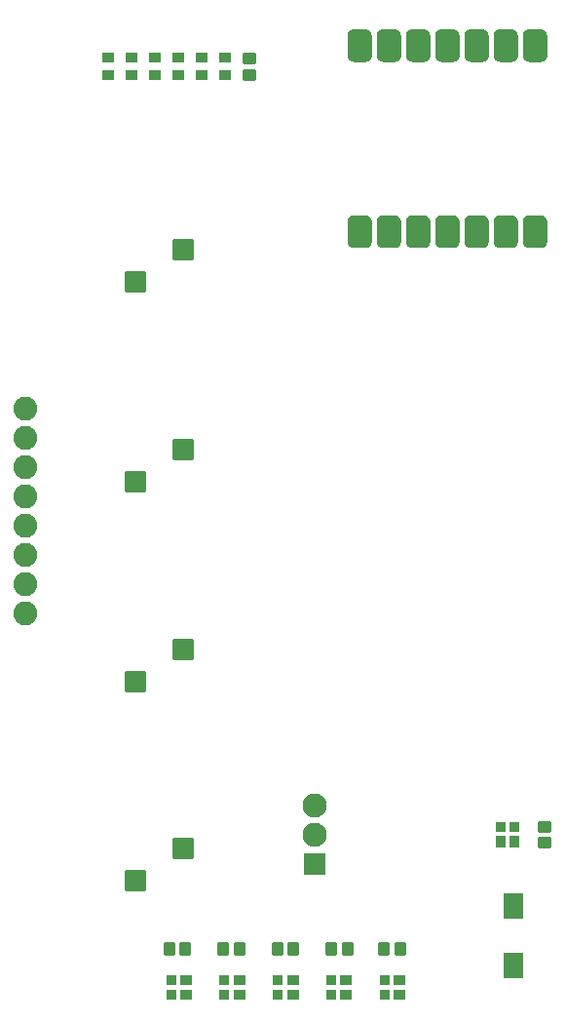
<source format=gts>
G04 Layer: TopSolderMaskLayer*
G04 EasyEDA v6.5.15, 2022-09-14 21:09:58*
G04 b6703ba792d845058589b0d9c50fe8b8,8325645c73b1497a9d20913bdd0b9c8b,10*
G04 Gerber Generator version 0.2*
G04 Scale: 100 percent, Rotated: No, Reflected: No *
G04 Dimensions in millimeters *
G04 leading zeros omitted , absolute positions ,4 integer and 5 decimal *
%FSLAX45Y45*%
%MOMM*%

%AMMACRO1*1,1,$1,$2,$3*1,1,$1,$4,$5*1,1,$1,0-$2,0-$3*1,1,$1,0-$4,0-$5*20,1,$1,$2,$3,$4,$5,0*20,1,$1,$4,$5,0-$2,0-$3,0*20,1,$1,0-$2,0-$3,0-$4,0-$5,0*20,1,$1,0-$4,0-$5,$2,$3,0*4,1,4,$2,$3,$4,$5,0-$2,0-$3,0-$4,0-$5,$2,$3,0*%
%ADD10C,2.0828*%
%ADD11MACRO1,0.1016X0.432X-0.4032X-0.432X-0.4032*%
%ADD12MACRO1,0.1016X0.432X0.4032X-0.432X0.4032*%
%ADD13MACRO1,0.1016X0.81X-1.0232X-0.81X-1.0232*%
%ADD14MACRO1,0.1016X0.81X1.0232X-0.81X1.0232*%
%ADD15MACRO1,0.2032X-0.4X0.45X0.4X0.45*%
%ADD16MACRO1,0.1016X-0.4X0.35X0.4X0.35*%
%ADD17MACRO1,0.2032X-0.4X0.35X0.4X0.35*%
%ADD18MACRO1,0.2032X0.8X-0.8X-0.8X-0.8*%
%ADD19MACRO1,0.2032X-0.45X-0.4X-0.45X0.4*%
%ADD20MACRO1,0.2032X0.45X0.4X0.45X-0.4*%
%ADD21MACRO1,0.1016X0.35X0.4X0.35X-0.4*%
%ADD22MACRO1,0.2032X0.35X0.4X0.35X-0.4*%
%ADD23C,2.1016*%
%ADD24MACRO1,0.1016X-0.8999X0.8999X0.8999X0.8999*%
%ADD25C,0.0102*%

%LPD*%
D10*
G01*
X241300Y-889000D03*
G01*
X241300Y-635000D03*
G01*
X241300Y-381000D03*
G01*
X241300Y-127000D03*
G01*
X241300Y127000D03*
G01*
X241300Y381000D03*
G01*
X241300Y635000D03*
G01*
X241300Y889000D03*
D11*
G01*
X1974527Y3936124D03*
D12*
G01*
X1974527Y3785475D03*
D13*
G01*
X4483102Y-3939545D03*
D14*
G01*
X4483102Y-3426449D03*
D11*
G01*
X1770755Y3936124D03*
D12*
G01*
X1770755Y3785475D03*
G36*
X3095243Y3901439D02*
G01*
X3089147Y3901694D01*
X3088640Y3901947D01*
X3082543Y3902963D01*
X3082036Y3903218D01*
X3076193Y3904995D01*
X3075686Y3904995D01*
X3070097Y3907536D01*
X3069590Y3907789D01*
X3064509Y3911092D01*
X3064002Y3911345D01*
X3059175Y3915155D01*
X3058668Y3915410D01*
X3054604Y3919728D01*
X3054095Y3920236D01*
X3050286Y3925062D01*
X3050031Y3925570D01*
X3046984Y3930650D01*
X3046475Y3931157D01*
X3044190Y3936745D01*
X3043936Y3937254D01*
X3042158Y3943095D01*
X3041904Y3943604D01*
X3040888Y3949445D01*
X3040888Y3950207D01*
X3040379Y3956304D01*
X3040379Y4131818D01*
X3040888Y4137913D01*
X3040888Y4138421D01*
X3041904Y4144518D01*
X3042158Y4145026D01*
X3043936Y4150613D01*
X3044190Y4151376D01*
X3046475Y4156710D01*
X3046984Y4157471D01*
X3050031Y4162552D01*
X3050286Y4163060D01*
X3054095Y4167886D01*
X3054604Y4168139D01*
X3058668Y4172457D01*
X3059175Y4172965D01*
X3064002Y4176776D01*
X3064509Y4177029D01*
X3069590Y4180078D01*
X3070097Y4180331D01*
X3075686Y4182871D01*
X3076193Y4183126D01*
X3082036Y4184904D01*
X3082543Y4185157D01*
X3088640Y4186173D01*
X3089147Y4186173D01*
X3095243Y4186681D01*
X3195827Y4186681D01*
X3201924Y4186173D01*
X3202431Y4186173D01*
X3208274Y4185157D01*
X3209036Y4184904D01*
X3214624Y4183126D01*
X3215386Y4182871D01*
X3220720Y4180331D01*
X3221481Y4180078D01*
X3226561Y4177029D01*
X3227070Y4176776D01*
X3231895Y4172965D01*
X3232150Y4172457D01*
X3236468Y4168139D01*
X3236975Y4167886D01*
X3240531Y4163060D01*
X3241040Y4162552D01*
X3244088Y4157471D01*
X3244341Y4156710D01*
X3246881Y4151376D01*
X3247136Y4150613D01*
X3248913Y4145026D01*
X3248913Y4144518D01*
X3250184Y4138421D01*
X3250184Y4137913D01*
X3250691Y4131818D01*
X3250691Y3956304D01*
X3250184Y3950207D01*
X3250184Y3949445D01*
X3248913Y3943604D01*
X3248913Y3943095D01*
X3247136Y3937254D01*
X3246881Y3936745D01*
X3244341Y3931157D01*
X3244088Y3930650D01*
X3241040Y3925570D01*
X3240531Y3925062D01*
X3236975Y3920236D01*
X3231895Y3915155D01*
X3227070Y3911345D01*
X3226561Y3911092D01*
X3221481Y3907789D01*
X3220720Y3907536D01*
X3215386Y3904995D01*
X3214624Y3904995D01*
X3209036Y3903218D01*
X3208274Y3902963D01*
X3202431Y3901947D01*
X3201924Y3901694D01*
X3195827Y3901439D01*
G37*
G36*
X3349243Y3901439D02*
G01*
X3343147Y3901694D01*
X3342640Y3901947D01*
X3336543Y3902963D01*
X3336036Y3903218D01*
X3330193Y3904995D01*
X3329686Y3904995D01*
X3324097Y3907536D01*
X3323590Y3907789D01*
X3318509Y3911092D01*
X3318002Y3911345D01*
X3313175Y3915155D01*
X3312668Y3915410D01*
X3308604Y3919728D01*
X3308095Y3920236D01*
X3304286Y3925062D01*
X3304031Y3925570D01*
X3300984Y3930650D01*
X3300475Y3931157D01*
X3298190Y3936745D01*
X3297936Y3937254D01*
X3296158Y3943095D01*
X3295904Y3943604D01*
X3294888Y3949445D01*
X3294888Y3950207D01*
X3294379Y3956304D01*
X3294379Y4131818D01*
X3294888Y4137913D01*
X3294888Y4138421D01*
X3295904Y4144518D01*
X3296158Y4145026D01*
X3297936Y4150613D01*
X3298190Y4151376D01*
X3300475Y4156710D01*
X3300984Y4157471D01*
X3304031Y4162552D01*
X3304286Y4163060D01*
X3308095Y4167886D01*
X3308604Y4168139D01*
X3312668Y4172457D01*
X3313175Y4172965D01*
X3318002Y4176776D01*
X3318509Y4177029D01*
X3323590Y4180078D01*
X3324097Y4180331D01*
X3329686Y4182871D01*
X3330193Y4183126D01*
X3336036Y4184904D01*
X3336543Y4185157D01*
X3342640Y4186173D01*
X3343147Y4186173D01*
X3349243Y4186681D01*
X3449827Y4186681D01*
X3455924Y4186173D01*
X3456431Y4186173D01*
X3462274Y4185157D01*
X3463036Y4184904D01*
X3468624Y4183126D01*
X3469386Y4182871D01*
X3474720Y4180331D01*
X3475481Y4180078D01*
X3480561Y4177029D01*
X3481070Y4176776D01*
X3485895Y4172965D01*
X3486150Y4172457D01*
X3490468Y4168139D01*
X3490975Y4167886D01*
X3494531Y4163060D01*
X3495040Y4162552D01*
X3498088Y4157471D01*
X3498341Y4156710D01*
X3500881Y4151376D01*
X3501136Y4150613D01*
X3502913Y4145026D01*
X3502913Y4144518D01*
X3504184Y4138421D01*
X3504184Y4137913D01*
X3504691Y4131818D01*
X3504691Y3956304D01*
X3504184Y3950207D01*
X3504184Y3949445D01*
X3502913Y3943604D01*
X3502913Y3943095D01*
X3501136Y3937254D01*
X3500881Y3936745D01*
X3498341Y3931157D01*
X3498088Y3930650D01*
X3495040Y3925570D01*
X3494531Y3925062D01*
X3490975Y3920236D01*
X3485895Y3915155D01*
X3481070Y3911345D01*
X3480561Y3911092D01*
X3475481Y3907789D01*
X3474720Y3907536D01*
X3469386Y3904995D01*
X3468624Y3904995D01*
X3463036Y3903218D01*
X3462274Y3902963D01*
X3456431Y3901947D01*
X3455924Y3901694D01*
X3449827Y3901439D01*
G37*
G36*
X3603243Y3901439D02*
G01*
X3597147Y3901694D01*
X3596640Y3901947D01*
X3590543Y3902963D01*
X3590036Y3903218D01*
X3584193Y3904995D01*
X3583686Y3904995D01*
X3578097Y3907536D01*
X3577590Y3907789D01*
X3572509Y3911092D01*
X3572002Y3911345D01*
X3567175Y3915155D01*
X3566668Y3915410D01*
X3562604Y3919728D01*
X3562095Y3920236D01*
X3558286Y3925062D01*
X3558031Y3925570D01*
X3554984Y3930650D01*
X3554475Y3931157D01*
X3552190Y3936745D01*
X3551936Y3937254D01*
X3550158Y3943095D01*
X3549904Y3943604D01*
X3548888Y3949445D01*
X3548888Y3950207D01*
X3548379Y3956304D01*
X3548379Y4131818D01*
X3548888Y4137913D01*
X3548888Y4138421D01*
X3549904Y4144518D01*
X3550158Y4145026D01*
X3551936Y4150613D01*
X3552190Y4151376D01*
X3554475Y4156710D01*
X3554984Y4157471D01*
X3558031Y4162552D01*
X3558286Y4163060D01*
X3562095Y4167886D01*
X3562604Y4168139D01*
X3566668Y4172457D01*
X3567175Y4172965D01*
X3572002Y4176776D01*
X3572509Y4177029D01*
X3577590Y4180078D01*
X3578097Y4180331D01*
X3583686Y4182871D01*
X3584193Y4183126D01*
X3590036Y4184904D01*
X3590543Y4185157D01*
X3596640Y4186173D01*
X3597147Y4186173D01*
X3603243Y4186681D01*
X3703827Y4186681D01*
X3709924Y4186173D01*
X3710431Y4186173D01*
X3716274Y4185157D01*
X3717036Y4184904D01*
X3722624Y4183126D01*
X3723386Y4182871D01*
X3728720Y4180331D01*
X3729481Y4180078D01*
X3734561Y4177029D01*
X3735070Y4176776D01*
X3739895Y4172965D01*
X3740150Y4172457D01*
X3744468Y4168139D01*
X3744975Y4167886D01*
X3748531Y4163060D01*
X3749040Y4162552D01*
X3752088Y4157471D01*
X3752341Y4156710D01*
X3754881Y4151376D01*
X3755136Y4150613D01*
X3756913Y4145026D01*
X3756913Y4144518D01*
X3758184Y4138421D01*
X3758184Y4137913D01*
X3758691Y4131818D01*
X3758691Y3956304D01*
X3758184Y3950207D01*
X3758184Y3949445D01*
X3756913Y3943604D01*
X3756913Y3943095D01*
X3755136Y3937254D01*
X3754881Y3936745D01*
X3752341Y3931157D01*
X3752088Y3930650D01*
X3749040Y3925570D01*
X3748531Y3925062D01*
X3744975Y3920236D01*
X3739895Y3915155D01*
X3735070Y3911345D01*
X3734561Y3911092D01*
X3729481Y3907789D01*
X3728720Y3907536D01*
X3723386Y3904995D01*
X3722624Y3904995D01*
X3717036Y3903218D01*
X3716274Y3902963D01*
X3710431Y3901947D01*
X3709924Y3901694D01*
X3703827Y3901439D01*
G37*
G36*
X3857243Y3901439D02*
G01*
X3851147Y3901694D01*
X3850640Y3901947D01*
X3844543Y3902963D01*
X3844036Y3903218D01*
X3838193Y3904995D01*
X3837686Y3904995D01*
X3832097Y3907536D01*
X3831590Y3907789D01*
X3826509Y3911092D01*
X3826002Y3911345D01*
X3821175Y3915155D01*
X3820668Y3915410D01*
X3816604Y3919728D01*
X3816095Y3920236D01*
X3812286Y3925062D01*
X3812031Y3925570D01*
X3808984Y3930650D01*
X3808475Y3931157D01*
X3806190Y3936745D01*
X3805936Y3937254D01*
X3804158Y3943095D01*
X3803904Y3943604D01*
X3802888Y3949445D01*
X3802888Y3950207D01*
X3802379Y3956304D01*
X3802379Y4131818D01*
X3802888Y4137913D01*
X3802888Y4138421D01*
X3803904Y4144518D01*
X3804158Y4145026D01*
X3805936Y4150613D01*
X3806190Y4151376D01*
X3808475Y4156710D01*
X3808984Y4157471D01*
X3812031Y4162552D01*
X3812286Y4163060D01*
X3816095Y4167886D01*
X3816604Y4168139D01*
X3820668Y4172457D01*
X3821175Y4172965D01*
X3826002Y4176776D01*
X3826509Y4177029D01*
X3831590Y4180078D01*
X3832097Y4180331D01*
X3837686Y4182871D01*
X3838193Y4183126D01*
X3844036Y4184904D01*
X3844543Y4185157D01*
X3850640Y4186173D01*
X3851147Y4186173D01*
X3857243Y4186681D01*
X3957827Y4186681D01*
X3963924Y4186173D01*
X3964431Y4186173D01*
X3970274Y4185157D01*
X3971036Y4184904D01*
X3976624Y4183126D01*
X3977386Y4182871D01*
X3982720Y4180331D01*
X3983481Y4180078D01*
X3988561Y4177029D01*
X3989070Y4176776D01*
X3993895Y4172965D01*
X3994150Y4172457D01*
X3998468Y4168139D01*
X3998975Y4167886D01*
X4002531Y4163060D01*
X4003040Y4162552D01*
X4006088Y4157471D01*
X4006341Y4156710D01*
X4008881Y4151376D01*
X4009136Y4150613D01*
X4010913Y4145026D01*
X4010913Y4144518D01*
X4012184Y4138421D01*
X4012184Y4137913D01*
X4012691Y4131818D01*
X4012691Y3956304D01*
X4012184Y3950207D01*
X4012184Y3949445D01*
X4010913Y3943604D01*
X4010913Y3943095D01*
X4009136Y3937254D01*
X4008881Y3936745D01*
X4006341Y3931157D01*
X4006088Y3930650D01*
X4003040Y3925570D01*
X4002531Y3925062D01*
X3998975Y3920236D01*
X3993895Y3915155D01*
X3989070Y3911345D01*
X3988561Y3911092D01*
X3983481Y3907789D01*
X3982720Y3907536D01*
X3977386Y3904995D01*
X3976624Y3904995D01*
X3971036Y3903218D01*
X3970274Y3902963D01*
X3964431Y3901947D01*
X3963924Y3901694D01*
X3957827Y3901439D01*
G37*
G36*
X4111243Y3901439D02*
G01*
X4105147Y3901694D01*
X4104640Y3901947D01*
X4098543Y3902963D01*
X4098036Y3903218D01*
X4092193Y3904995D01*
X4091686Y3904995D01*
X4086097Y3907536D01*
X4085590Y3907789D01*
X4080509Y3911092D01*
X4080002Y3911345D01*
X4075175Y3915155D01*
X4074668Y3915410D01*
X4070604Y3919728D01*
X4070095Y3920236D01*
X4066286Y3925062D01*
X4066031Y3925570D01*
X4062984Y3930650D01*
X4062475Y3931157D01*
X4060190Y3936745D01*
X4059936Y3937254D01*
X4058158Y3943095D01*
X4057904Y3943604D01*
X4056888Y3949445D01*
X4056888Y3950207D01*
X4056379Y3956304D01*
X4056379Y4131818D01*
X4056888Y4137913D01*
X4056888Y4138421D01*
X4057904Y4144518D01*
X4058158Y4145026D01*
X4059936Y4150613D01*
X4060190Y4151376D01*
X4062475Y4156710D01*
X4062984Y4157471D01*
X4066031Y4162552D01*
X4066286Y4163060D01*
X4070095Y4167886D01*
X4070604Y4168139D01*
X4074668Y4172457D01*
X4075175Y4172965D01*
X4080002Y4176776D01*
X4080509Y4177029D01*
X4085590Y4180078D01*
X4086097Y4180331D01*
X4091686Y4182871D01*
X4092193Y4183126D01*
X4098036Y4184904D01*
X4098543Y4185157D01*
X4104640Y4186173D01*
X4105147Y4186173D01*
X4111243Y4186681D01*
X4211827Y4186681D01*
X4217924Y4186173D01*
X4218431Y4186173D01*
X4224274Y4185157D01*
X4225036Y4184904D01*
X4230624Y4183126D01*
X4231386Y4182871D01*
X4236720Y4180331D01*
X4237481Y4180078D01*
X4242561Y4177029D01*
X4243070Y4176776D01*
X4247895Y4172965D01*
X4248150Y4172457D01*
X4252468Y4168139D01*
X4252975Y4167886D01*
X4256531Y4163060D01*
X4257040Y4162552D01*
X4260088Y4157471D01*
X4260341Y4156710D01*
X4262881Y4151376D01*
X4263136Y4150613D01*
X4264913Y4145026D01*
X4264913Y4144518D01*
X4266184Y4138421D01*
X4266184Y4137913D01*
X4266438Y4131818D01*
X4266438Y3956304D01*
X4266184Y3950207D01*
X4266184Y3949445D01*
X4264913Y3943604D01*
X4264913Y3943095D01*
X4263136Y3937254D01*
X4262881Y3936745D01*
X4260341Y3931157D01*
X4260088Y3930650D01*
X4257040Y3925570D01*
X4256531Y3925062D01*
X4252975Y3920236D01*
X4247895Y3915155D01*
X4243070Y3911345D01*
X4242561Y3911092D01*
X4237481Y3907789D01*
X4236720Y3907536D01*
X4231386Y3904995D01*
X4230624Y3904995D01*
X4225036Y3903218D01*
X4224274Y3902963D01*
X4218431Y3901947D01*
X4217924Y3901694D01*
X4211827Y3901439D01*
G37*
G36*
X4365243Y3901439D02*
G01*
X4359147Y3901694D01*
X4358640Y3901947D01*
X4352543Y3902963D01*
X4352036Y3903218D01*
X4346193Y3904995D01*
X4345686Y3904995D01*
X4340097Y3907536D01*
X4339590Y3907789D01*
X4334509Y3911092D01*
X4334002Y3911345D01*
X4329175Y3915155D01*
X4328668Y3915410D01*
X4324604Y3919728D01*
X4324095Y3920236D01*
X4320286Y3925062D01*
X4320031Y3925570D01*
X4316984Y3930650D01*
X4316475Y3931157D01*
X4314190Y3936745D01*
X4313936Y3937254D01*
X4312158Y3943095D01*
X4311904Y3943604D01*
X4310888Y3949445D01*
X4310888Y3950207D01*
X4310379Y3956304D01*
X4310379Y4131818D01*
X4310888Y4137913D01*
X4310888Y4138421D01*
X4311904Y4144518D01*
X4312158Y4145026D01*
X4313936Y4150613D01*
X4314190Y4151376D01*
X4316475Y4156710D01*
X4316984Y4157471D01*
X4320031Y4162552D01*
X4320286Y4163060D01*
X4324095Y4167886D01*
X4324604Y4168139D01*
X4328668Y4172457D01*
X4329175Y4172965D01*
X4334002Y4176776D01*
X4334509Y4177029D01*
X4339590Y4180078D01*
X4340097Y4180331D01*
X4345686Y4182871D01*
X4346193Y4183126D01*
X4352036Y4184904D01*
X4352543Y4185157D01*
X4358640Y4186173D01*
X4359147Y4186173D01*
X4365243Y4186681D01*
X4465827Y4186681D01*
X4471924Y4186173D01*
X4472431Y4186173D01*
X4478274Y4185157D01*
X4479036Y4184904D01*
X4484624Y4183126D01*
X4485386Y4182871D01*
X4490720Y4180331D01*
X4491481Y4180078D01*
X4496561Y4177029D01*
X4497070Y4176776D01*
X4501895Y4172965D01*
X4502150Y4172457D01*
X4506468Y4168139D01*
X4506975Y4167886D01*
X4510531Y4163060D01*
X4511040Y4162552D01*
X4514088Y4157471D01*
X4514341Y4156710D01*
X4516881Y4151376D01*
X4517136Y4150613D01*
X4518913Y4145026D01*
X4518913Y4144518D01*
X4520184Y4138421D01*
X4520184Y4137913D01*
X4520438Y4131818D01*
X4520438Y3956304D01*
X4520184Y3950207D01*
X4520184Y3949445D01*
X4518913Y3943604D01*
X4518913Y3943095D01*
X4517136Y3937254D01*
X4516881Y3936745D01*
X4514341Y3931157D01*
X4514088Y3930650D01*
X4511040Y3925570D01*
X4510531Y3925062D01*
X4506975Y3920236D01*
X4501895Y3915155D01*
X4497070Y3911345D01*
X4496561Y3911092D01*
X4491481Y3907789D01*
X4490720Y3907536D01*
X4485386Y3904995D01*
X4484624Y3904995D01*
X4479036Y3903218D01*
X4478274Y3902963D01*
X4472431Y3901947D01*
X4471924Y3901694D01*
X4465827Y3901439D01*
G37*
G36*
X4619243Y3901439D02*
G01*
X4613147Y3901694D01*
X4612640Y3901947D01*
X4606543Y3902963D01*
X4606036Y3903218D01*
X4600193Y3904995D01*
X4599686Y3904995D01*
X4594097Y3907536D01*
X4593590Y3907789D01*
X4588509Y3911092D01*
X4588002Y3911345D01*
X4583175Y3915155D01*
X4582668Y3915410D01*
X4578350Y3919728D01*
X4578095Y3920236D01*
X4574286Y3925062D01*
X4574031Y3925570D01*
X4570984Y3930650D01*
X4570475Y3931157D01*
X4568190Y3936745D01*
X4567936Y3937254D01*
X4566158Y3943095D01*
X4565904Y3943604D01*
X4564888Y3949445D01*
X4564888Y3950207D01*
X4564379Y3956304D01*
X4564379Y4131818D01*
X4564888Y4137913D01*
X4564888Y4138421D01*
X4565904Y4144518D01*
X4566158Y4145026D01*
X4567936Y4150613D01*
X4568190Y4151376D01*
X4570475Y4156710D01*
X4570984Y4157471D01*
X4574031Y4162552D01*
X4574286Y4163060D01*
X4578095Y4167886D01*
X4583175Y4172965D01*
X4588002Y4176776D01*
X4588509Y4177029D01*
X4593590Y4180078D01*
X4594097Y4180331D01*
X4599686Y4182871D01*
X4600193Y4183126D01*
X4606036Y4184904D01*
X4606543Y4185157D01*
X4612640Y4186173D01*
X4613147Y4186173D01*
X4619243Y4186681D01*
X4719827Y4186681D01*
X4725924Y4186173D01*
X4726431Y4186173D01*
X4732274Y4185157D01*
X4733036Y4184904D01*
X4738624Y4183126D01*
X4739386Y4182871D01*
X4744720Y4180331D01*
X4745481Y4180078D01*
X4750561Y4177029D01*
X4751070Y4176776D01*
X4755895Y4172965D01*
X4756150Y4172457D01*
X4760468Y4168139D01*
X4760975Y4167886D01*
X4764531Y4163060D01*
X4765040Y4162552D01*
X4768088Y4157471D01*
X4768341Y4156710D01*
X4770881Y4151376D01*
X4771136Y4150613D01*
X4772913Y4145026D01*
X4772913Y4144518D01*
X4774184Y4138421D01*
X4774184Y4137913D01*
X4774438Y4131818D01*
X4774438Y3956304D01*
X4774184Y3950207D01*
X4774184Y3949445D01*
X4772913Y3943604D01*
X4772913Y3943095D01*
X4771136Y3937254D01*
X4770881Y3936745D01*
X4768341Y3931157D01*
X4768088Y3930650D01*
X4765040Y3925570D01*
X4764531Y3925062D01*
X4760975Y3920236D01*
X4755895Y3915155D01*
X4751070Y3911345D01*
X4750561Y3911092D01*
X4745481Y3907789D01*
X4744720Y3907536D01*
X4739386Y3904995D01*
X4738624Y3904995D01*
X4733036Y3903218D01*
X4732274Y3902963D01*
X4726431Y3901947D01*
X4725924Y3901694D01*
X4719827Y3901439D01*
G37*
G36*
X3095243Y2284984D02*
G01*
X3089147Y2285237D01*
X3088640Y2285492D01*
X3082543Y2286507D01*
X3082036Y2286507D01*
X3076193Y2288539D01*
X3075686Y2288539D01*
X3070097Y2291079D01*
X3069590Y2291334D01*
X3064509Y2294381D01*
X3064002Y2294889D01*
X3059175Y2298700D01*
X3058668Y2298954D01*
X3054604Y2303271D01*
X3054095Y2303779D01*
X3050286Y2308352D01*
X3050031Y2308860D01*
X3046984Y2314194D01*
X3046475Y2314702D01*
X3044190Y2320289D01*
X3043936Y2320797D01*
X3042158Y2326639D01*
X3041904Y2327147D01*
X3040888Y2332989D01*
X3040888Y2333752D01*
X3040379Y2339594D01*
X3040379Y2515362D01*
X3040888Y2521204D01*
X3040888Y2521965D01*
X3041904Y2527807D01*
X3042158Y2528570D01*
X3043936Y2534157D01*
X3044190Y2534920D01*
X3046475Y2540254D01*
X3046984Y2540762D01*
X3050031Y2546095D01*
X3050286Y2546604D01*
X3054095Y2551176D01*
X3054604Y2551684D01*
X3058668Y2556002D01*
X3059175Y2556510D01*
X3064002Y2560065D01*
X3064509Y2560573D01*
X3069590Y2563621D01*
X3070097Y2563876D01*
X3075686Y2566415D01*
X3076193Y2566670D01*
X3082036Y2568447D01*
X3082543Y2568447D01*
X3088640Y2569718D01*
X3089147Y2569718D01*
X3095243Y2569971D01*
X3195827Y2569971D01*
X3201924Y2569718D01*
X3202431Y2569718D01*
X3208274Y2568447D01*
X3209036Y2568447D01*
X3214624Y2566670D01*
X3215386Y2566415D01*
X3220720Y2563876D01*
X3221481Y2563621D01*
X3226561Y2560573D01*
X3227070Y2560065D01*
X3231895Y2556510D01*
X3232150Y2556002D01*
X3236975Y2551176D01*
X3240531Y2546604D01*
X3241040Y2546095D01*
X3244088Y2540762D01*
X3244341Y2540254D01*
X3246881Y2534920D01*
X3247136Y2534157D01*
X3248913Y2528570D01*
X3248913Y2527807D01*
X3250184Y2521965D01*
X3250184Y2521457D01*
X3250691Y2515362D01*
X3250691Y2339594D01*
X3250184Y2333752D01*
X3250184Y2332989D01*
X3248913Y2327147D01*
X3248913Y2326639D01*
X3247136Y2320797D01*
X3246881Y2320289D01*
X3244341Y2314702D01*
X3244088Y2314194D01*
X3241040Y2308860D01*
X3240531Y2308352D01*
X3236975Y2303779D01*
X3231895Y2298700D01*
X3227070Y2294889D01*
X3226561Y2294381D01*
X3221481Y2291334D01*
X3220720Y2291079D01*
X3215386Y2288539D01*
X3214624Y2288539D01*
X3209036Y2286507D01*
X3208274Y2286507D01*
X3202431Y2285492D01*
X3201924Y2285237D01*
X3195827Y2284984D01*
G37*
G36*
X3349243Y2284984D02*
G01*
X3343147Y2285237D01*
X3342640Y2285492D01*
X3336543Y2286507D01*
X3336036Y2286507D01*
X3330193Y2288539D01*
X3329686Y2288539D01*
X3324097Y2291079D01*
X3323590Y2291334D01*
X3318509Y2294381D01*
X3318002Y2294889D01*
X3313175Y2298700D01*
X3312668Y2298954D01*
X3308604Y2303271D01*
X3308095Y2303779D01*
X3304286Y2308352D01*
X3304031Y2308860D01*
X3300984Y2314194D01*
X3300475Y2314702D01*
X3298190Y2320289D01*
X3297936Y2320797D01*
X3296158Y2326639D01*
X3295904Y2327147D01*
X3294888Y2332989D01*
X3294888Y2333752D01*
X3294379Y2339594D01*
X3294379Y2515362D01*
X3294888Y2521204D01*
X3294888Y2521965D01*
X3295904Y2527807D01*
X3296158Y2528570D01*
X3297936Y2534157D01*
X3298190Y2534920D01*
X3300475Y2540254D01*
X3300984Y2540762D01*
X3304031Y2546095D01*
X3304286Y2546604D01*
X3308095Y2551176D01*
X3308604Y2551684D01*
X3312668Y2556002D01*
X3313175Y2556510D01*
X3318002Y2560065D01*
X3318509Y2560573D01*
X3323590Y2563621D01*
X3324097Y2563876D01*
X3329686Y2566415D01*
X3330193Y2566670D01*
X3336036Y2568447D01*
X3336543Y2568447D01*
X3342640Y2569718D01*
X3343147Y2569718D01*
X3349243Y2569971D01*
X3449827Y2569971D01*
X3455924Y2569718D01*
X3456431Y2569718D01*
X3462274Y2568447D01*
X3463036Y2568447D01*
X3468624Y2566670D01*
X3469386Y2566415D01*
X3474720Y2563876D01*
X3475481Y2563621D01*
X3480561Y2560573D01*
X3481070Y2560065D01*
X3485895Y2556510D01*
X3486150Y2556002D01*
X3490975Y2551176D01*
X3494531Y2546604D01*
X3495040Y2546095D01*
X3498088Y2540762D01*
X3498341Y2540254D01*
X3500881Y2534920D01*
X3501136Y2534157D01*
X3502913Y2528570D01*
X3502913Y2527807D01*
X3504184Y2521965D01*
X3504184Y2521457D01*
X3504691Y2515362D01*
X3504691Y2339594D01*
X3504184Y2333752D01*
X3504184Y2332989D01*
X3502913Y2327147D01*
X3502913Y2326639D01*
X3501136Y2320797D01*
X3500881Y2320289D01*
X3498341Y2314702D01*
X3498088Y2314194D01*
X3495040Y2308860D01*
X3494531Y2308352D01*
X3490975Y2303779D01*
X3485895Y2298700D01*
X3481070Y2294889D01*
X3480561Y2294381D01*
X3475481Y2291334D01*
X3474720Y2291079D01*
X3469386Y2288539D01*
X3468624Y2288539D01*
X3463036Y2286507D01*
X3462274Y2286507D01*
X3456431Y2285492D01*
X3455924Y2285237D01*
X3449827Y2284984D01*
G37*
G36*
X3603243Y2284984D02*
G01*
X3597147Y2285237D01*
X3596640Y2285492D01*
X3590543Y2286507D01*
X3590036Y2286507D01*
X3584193Y2288539D01*
X3583686Y2288539D01*
X3578097Y2291079D01*
X3577590Y2291334D01*
X3572509Y2294381D01*
X3572002Y2294889D01*
X3567175Y2298700D01*
X3566668Y2298954D01*
X3562604Y2303271D01*
X3562095Y2303779D01*
X3558286Y2308352D01*
X3558031Y2308860D01*
X3554984Y2314194D01*
X3554475Y2314702D01*
X3552190Y2320289D01*
X3551936Y2320797D01*
X3550158Y2326639D01*
X3549904Y2327147D01*
X3548888Y2332989D01*
X3548888Y2333752D01*
X3548379Y2339594D01*
X3548379Y2515362D01*
X3548888Y2521204D01*
X3548888Y2521965D01*
X3549904Y2527807D01*
X3550158Y2528570D01*
X3551936Y2534157D01*
X3552190Y2534920D01*
X3554475Y2540254D01*
X3554984Y2540762D01*
X3558031Y2546095D01*
X3558286Y2546604D01*
X3562095Y2551176D01*
X3562604Y2551684D01*
X3566668Y2556002D01*
X3567175Y2556510D01*
X3572002Y2560065D01*
X3572509Y2560573D01*
X3577590Y2563621D01*
X3578097Y2563876D01*
X3583686Y2566415D01*
X3584193Y2566670D01*
X3590036Y2568447D01*
X3590543Y2568447D01*
X3596640Y2569718D01*
X3597147Y2569718D01*
X3603243Y2569971D01*
X3703827Y2569971D01*
X3709924Y2569718D01*
X3710431Y2569718D01*
X3716274Y2568447D01*
X3717036Y2568447D01*
X3722624Y2566670D01*
X3723386Y2566415D01*
X3728720Y2563876D01*
X3729481Y2563621D01*
X3734561Y2560573D01*
X3735070Y2560065D01*
X3739895Y2556510D01*
X3740150Y2556002D01*
X3744975Y2551176D01*
X3748531Y2546604D01*
X3749040Y2546095D01*
X3752088Y2540762D01*
X3752341Y2540254D01*
X3754881Y2534920D01*
X3755136Y2534157D01*
X3756913Y2528570D01*
X3756913Y2527807D01*
X3758184Y2521965D01*
X3758184Y2521457D01*
X3758691Y2515362D01*
X3758691Y2339594D01*
X3758184Y2333752D01*
X3758184Y2332989D01*
X3756913Y2327147D01*
X3756913Y2326639D01*
X3755136Y2320797D01*
X3754881Y2320289D01*
X3752341Y2314702D01*
X3752088Y2314194D01*
X3749040Y2308860D01*
X3748531Y2308352D01*
X3744975Y2303779D01*
X3739895Y2298700D01*
X3735070Y2294889D01*
X3734561Y2294381D01*
X3729481Y2291334D01*
X3728720Y2291079D01*
X3723386Y2288539D01*
X3722624Y2288539D01*
X3717036Y2286507D01*
X3716274Y2286507D01*
X3710431Y2285492D01*
X3709924Y2285237D01*
X3703827Y2284984D01*
G37*
G36*
X3857243Y2284984D02*
G01*
X3851147Y2285237D01*
X3850640Y2285492D01*
X3844543Y2286507D01*
X3844036Y2286507D01*
X3838193Y2288539D01*
X3837686Y2288539D01*
X3832097Y2291079D01*
X3831590Y2291334D01*
X3826509Y2294381D01*
X3826002Y2294889D01*
X3821175Y2298700D01*
X3820668Y2298954D01*
X3816604Y2303271D01*
X3816095Y2303779D01*
X3812286Y2308352D01*
X3812031Y2308860D01*
X3808984Y2314194D01*
X3808475Y2314702D01*
X3806190Y2320289D01*
X3805936Y2320797D01*
X3804158Y2326639D01*
X3803904Y2327147D01*
X3802888Y2332989D01*
X3802888Y2333752D01*
X3802379Y2339594D01*
X3802379Y2515362D01*
X3802888Y2521457D01*
X3802888Y2521965D01*
X3803904Y2527807D01*
X3804158Y2528570D01*
X3805936Y2534157D01*
X3806190Y2534920D01*
X3808475Y2540254D01*
X3808984Y2540762D01*
X3812031Y2546095D01*
X3812286Y2546604D01*
X3816095Y2551176D01*
X3816604Y2551684D01*
X3820668Y2556002D01*
X3821175Y2556510D01*
X3826002Y2560065D01*
X3826509Y2560573D01*
X3831590Y2563621D01*
X3832097Y2563876D01*
X3837686Y2566415D01*
X3838193Y2566670D01*
X3844036Y2568447D01*
X3844543Y2568447D01*
X3850640Y2569718D01*
X3851147Y2569718D01*
X3857243Y2569971D01*
X3957827Y2569971D01*
X3963924Y2569718D01*
X3964431Y2569718D01*
X3970274Y2568447D01*
X3971036Y2568447D01*
X3976624Y2566670D01*
X3977386Y2566415D01*
X3982720Y2563876D01*
X3983481Y2563621D01*
X3988561Y2560573D01*
X3989070Y2560065D01*
X3993895Y2556510D01*
X3994150Y2556002D01*
X3998975Y2551176D01*
X4002531Y2546604D01*
X4003040Y2546095D01*
X4006088Y2540762D01*
X4006341Y2540254D01*
X4008881Y2534920D01*
X4009136Y2534157D01*
X4010913Y2528570D01*
X4010913Y2527807D01*
X4012184Y2521965D01*
X4012184Y2521457D01*
X4012691Y2515362D01*
X4012691Y2339594D01*
X4012184Y2333752D01*
X4012184Y2332989D01*
X4010913Y2327147D01*
X4010913Y2326639D01*
X4009136Y2320797D01*
X4008881Y2320289D01*
X4006341Y2314702D01*
X4006088Y2314194D01*
X4003040Y2308860D01*
X4002531Y2308352D01*
X3998975Y2303779D01*
X3993895Y2298700D01*
X3989070Y2294889D01*
X3988561Y2294381D01*
X3983481Y2291334D01*
X3982720Y2291079D01*
X3977386Y2288539D01*
X3976624Y2288539D01*
X3971036Y2286507D01*
X3970274Y2286507D01*
X3964431Y2285492D01*
X3963924Y2285237D01*
X3957827Y2284984D01*
G37*
G36*
X4111243Y2284984D02*
G01*
X4105147Y2285237D01*
X4104640Y2285492D01*
X4098543Y2286507D01*
X4098036Y2286507D01*
X4092193Y2288539D01*
X4091686Y2288539D01*
X4086097Y2291079D01*
X4085590Y2291334D01*
X4080509Y2294381D01*
X4080002Y2294889D01*
X4075175Y2298700D01*
X4074668Y2298954D01*
X4070604Y2303271D01*
X4070095Y2303779D01*
X4066286Y2308352D01*
X4066031Y2308860D01*
X4062984Y2314194D01*
X4062475Y2314702D01*
X4060190Y2320289D01*
X4059936Y2320797D01*
X4058158Y2326639D01*
X4057904Y2327147D01*
X4056888Y2332989D01*
X4056888Y2333752D01*
X4056379Y2339594D01*
X4056379Y2515362D01*
X4056888Y2521457D01*
X4056888Y2521965D01*
X4057904Y2527807D01*
X4058158Y2528570D01*
X4059936Y2534157D01*
X4060190Y2534920D01*
X4062475Y2540254D01*
X4062984Y2540762D01*
X4066031Y2546095D01*
X4066286Y2546604D01*
X4070095Y2551176D01*
X4070604Y2551684D01*
X4074668Y2556002D01*
X4075175Y2556510D01*
X4080002Y2560065D01*
X4080509Y2560573D01*
X4085590Y2563621D01*
X4086097Y2563876D01*
X4091686Y2566415D01*
X4092193Y2566670D01*
X4098036Y2568447D01*
X4098543Y2568447D01*
X4104640Y2569718D01*
X4105147Y2569718D01*
X4111243Y2569971D01*
X4211827Y2569971D01*
X4217924Y2569718D01*
X4218431Y2569718D01*
X4224274Y2568447D01*
X4225036Y2568447D01*
X4230624Y2566670D01*
X4231386Y2566415D01*
X4236720Y2563876D01*
X4237481Y2563621D01*
X4242561Y2560573D01*
X4243070Y2560065D01*
X4247895Y2556510D01*
X4248150Y2556002D01*
X4252975Y2551176D01*
X4256531Y2546604D01*
X4257040Y2546095D01*
X4260088Y2540762D01*
X4260341Y2540254D01*
X4262881Y2534920D01*
X4263136Y2534157D01*
X4264913Y2528570D01*
X4264913Y2527807D01*
X4266184Y2521965D01*
X4266184Y2521204D01*
X4266438Y2515362D01*
X4266438Y2339594D01*
X4266184Y2333752D01*
X4266184Y2332989D01*
X4264913Y2327147D01*
X4264913Y2326639D01*
X4263136Y2320797D01*
X4262881Y2320289D01*
X4260341Y2314702D01*
X4260088Y2314194D01*
X4257040Y2308860D01*
X4256531Y2308352D01*
X4252975Y2303779D01*
X4247895Y2298700D01*
X4243070Y2294889D01*
X4242561Y2294381D01*
X4237481Y2291334D01*
X4236720Y2291079D01*
X4231386Y2288539D01*
X4230624Y2288539D01*
X4225036Y2286507D01*
X4224274Y2286507D01*
X4218431Y2285492D01*
X4217924Y2285237D01*
X4211827Y2284984D01*
G37*
G36*
X4365243Y2284984D02*
G01*
X4359147Y2285237D01*
X4358640Y2285492D01*
X4352543Y2286507D01*
X4352036Y2286507D01*
X4346193Y2288539D01*
X4345686Y2288539D01*
X4340097Y2291079D01*
X4339590Y2291334D01*
X4334509Y2294381D01*
X4334002Y2294889D01*
X4329175Y2298700D01*
X4328668Y2298954D01*
X4324604Y2303271D01*
X4324095Y2303779D01*
X4320286Y2308352D01*
X4320031Y2308860D01*
X4316984Y2314194D01*
X4316475Y2314702D01*
X4314190Y2320289D01*
X4313936Y2320797D01*
X4312158Y2326639D01*
X4311904Y2327147D01*
X4310888Y2332989D01*
X4310888Y2333752D01*
X4310379Y2339594D01*
X4310379Y2515362D01*
X4310888Y2521457D01*
X4310888Y2521965D01*
X4311904Y2527807D01*
X4312158Y2528570D01*
X4313936Y2534157D01*
X4314190Y2534920D01*
X4316475Y2540254D01*
X4316984Y2540762D01*
X4320031Y2546095D01*
X4320286Y2546604D01*
X4324095Y2551176D01*
X4324604Y2551684D01*
X4328668Y2556002D01*
X4329175Y2556510D01*
X4334002Y2560065D01*
X4334509Y2560573D01*
X4339590Y2563621D01*
X4340097Y2563876D01*
X4345686Y2566415D01*
X4346193Y2566670D01*
X4352036Y2568447D01*
X4352543Y2568447D01*
X4358640Y2569718D01*
X4359147Y2569718D01*
X4365243Y2569971D01*
X4465827Y2569971D01*
X4471924Y2569718D01*
X4472431Y2569718D01*
X4478274Y2568447D01*
X4479036Y2568447D01*
X4484624Y2566670D01*
X4485386Y2566415D01*
X4490720Y2563876D01*
X4491481Y2563621D01*
X4496561Y2560573D01*
X4497070Y2560065D01*
X4501895Y2556510D01*
X4502150Y2556002D01*
X4506975Y2551176D01*
X4510531Y2546604D01*
X4511040Y2546095D01*
X4514088Y2540762D01*
X4514341Y2540254D01*
X4516881Y2534920D01*
X4517136Y2534157D01*
X4518913Y2528570D01*
X4518913Y2527807D01*
X4520184Y2521965D01*
X4520184Y2521204D01*
X4520438Y2515362D01*
X4520438Y2339594D01*
X4520184Y2333752D01*
X4520184Y2332989D01*
X4518913Y2327147D01*
X4518913Y2326639D01*
X4517136Y2320797D01*
X4516881Y2320289D01*
X4514341Y2314702D01*
X4514088Y2314194D01*
X4511040Y2308860D01*
X4510531Y2308352D01*
X4506975Y2303779D01*
X4501895Y2298700D01*
X4497070Y2294889D01*
X4496561Y2294381D01*
X4491481Y2291334D01*
X4490720Y2291079D01*
X4485386Y2288539D01*
X4484624Y2288539D01*
X4479036Y2286507D01*
X4478274Y2286507D01*
X4472431Y2285492D01*
X4471924Y2285237D01*
X4465827Y2284984D01*
G37*
G36*
X4619243Y2284984D02*
G01*
X4613147Y2285237D01*
X4612640Y2285492D01*
X4606543Y2286507D01*
X4606036Y2286507D01*
X4600193Y2288539D01*
X4599686Y2288539D01*
X4594097Y2291079D01*
X4593590Y2291334D01*
X4588509Y2294381D01*
X4588002Y2294889D01*
X4583175Y2298700D01*
X4582668Y2298954D01*
X4578350Y2303271D01*
X4578095Y2303779D01*
X4574286Y2308352D01*
X4574031Y2308860D01*
X4570984Y2314194D01*
X4570475Y2314702D01*
X4568190Y2320289D01*
X4567936Y2320797D01*
X4566158Y2326639D01*
X4565904Y2327147D01*
X4564888Y2332989D01*
X4564888Y2333752D01*
X4564379Y2339594D01*
X4564379Y2515362D01*
X4564888Y2521457D01*
X4564888Y2521965D01*
X4565904Y2527807D01*
X4566158Y2528570D01*
X4567936Y2534157D01*
X4568190Y2534920D01*
X4570475Y2540254D01*
X4570984Y2540762D01*
X4574031Y2546095D01*
X4574286Y2546604D01*
X4578095Y2551176D01*
X4578350Y2551684D01*
X4583175Y2556510D01*
X4588002Y2560065D01*
X4588509Y2560573D01*
X4593590Y2563621D01*
X4594097Y2563876D01*
X4599686Y2566415D01*
X4600193Y2566670D01*
X4606036Y2568447D01*
X4606543Y2568447D01*
X4612640Y2569718D01*
X4613147Y2569718D01*
X4619243Y2569971D01*
X4719827Y2569971D01*
X4725924Y2569718D01*
X4726431Y2569718D01*
X4732274Y2568447D01*
X4733036Y2568447D01*
X4738624Y2566670D01*
X4739386Y2566415D01*
X4744720Y2563876D01*
X4745481Y2563621D01*
X4750561Y2560573D01*
X4751070Y2560065D01*
X4755895Y2556510D01*
X4756150Y2556002D01*
X4760975Y2551176D01*
X4764531Y2546604D01*
X4765040Y2546095D01*
X4768088Y2540762D01*
X4768341Y2540254D01*
X4770881Y2534920D01*
X4771136Y2534157D01*
X4772913Y2528570D01*
X4772913Y2527807D01*
X4774184Y2521965D01*
X4774184Y2521204D01*
X4774438Y2515362D01*
X4774438Y2339594D01*
X4774184Y2333752D01*
X4774184Y2332989D01*
X4772913Y2327147D01*
X4772913Y2326639D01*
X4771136Y2320797D01*
X4770881Y2320289D01*
X4768341Y2314702D01*
X4768088Y2314194D01*
X4765040Y2308860D01*
X4764531Y2308352D01*
X4760975Y2303779D01*
X4755895Y2298700D01*
X4751070Y2294889D01*
X4750561Y2294381D01*
X4745481Y2291334D01*
X4744720Y2291079D01*
X4739386Y2288539D01*
X4738624Y2288539D01*
X4733036Y2286507D01*
X4732274Y2286507D01*
X4726431Y2285492D01*
X4725924Y2285237D01*
X4719827Y2284984D01*
G37*
D15*
G01*
X3359000Y-3797300D03*
G01*
X3498999Y-3797300D03*
D16*
G01*
X3363998Y-4073850D03*
D17*
G01*
X3494001Y-4073850D03*
G01*
X3494001Y-4193849D03*
D16*
G01*
X3363998Y-4193849D03*
D18*
G01*
X1613916Y-1196848D03*
G01*
X1199896Y-1476248D03*
D19*
G01*
X2184400Y3790800D03*
G01*
X2184400Y3930799D03*
D20*
G01*
X4749800Y-2736700D03*
G01*
X4749800Y-2876699D03*
D15*
G01*
X1492100Y-3797300D03*
G01*
X1632099Y-3797300D03*
G01*
X1962000Y-3797300D03*
G01*
X2101999Y-3797300D03*
G01*
X2429995Y-3797300D03*
G01*
X2569994Y-3797300D03*
G01*
X2901800Y-3797300D03*
G01*
X3041799Y-3797300D03*
D21*
G01*
X4492299Y-2741698D03*
D22*
G01*
X4492299Y-2871701D03*
G01*
X4372300Y-2871701D03*
D21*
G01*
X4372300Y-2741698D03*
D16*
G01*
X1506623Y-4073850D03*
D17*
G01*
X1636626Y-4073850D03*
G01*
X1636626Y-4193849D03*
D16*
G01*
X1506623Y-4193849D03*
G01*
X1970968Y-4073850D03*
D17*
G01*
X2100971Y-4073850D03*
G01*
X2100971Y-4193849D03*
D16*
G01*
X1970968Y-4193849D03*
G01*
X2435311Y-4073850D03*
D17*
G01*
X2565313Y-4073850D03*
G01*
X2565313Y-4193849D03*
D16*
G01*
X2435311Y-4193849D03*
G01*
X2899656Y-4073850D03*
D17*
G01*
X3029658Y-4073850D03*
G01*
X3029658Y-4193849D03*
D16*
G01*
X2899656Y-4193849D03*
D11*
G01*
X955675Y3936124D03*
D12*
G01*
X955675Y3785475D03*
D11*
G01*
X1159446Y3936124D03*
D12*
G01*
X1159446Y3785475D03*
D11*
G01*
X1363215Y3936124D03*
D12*
G01*
X1363215Y3785475D03*
D11*
G01*
X1566986Y3936124D03*
D12*
G01*
X1566986Y3785475D03*
D18*
G01*
X1613916Y2269743D03*
G01*
X1199896Y1990343D03*
G01*
X1613916Y536448D03*
G01*
X1199896Y257048D03*
G01*
X1613916Y-2930143D03*
G01*
X1199896Y-3209543D03*
D23*
G01*
X2755900Y-2552700D03*
G01*
X2755900Y-2806700D03*
D24*
G01*
X2755900Y-3060700D03*
M02*

</source>
